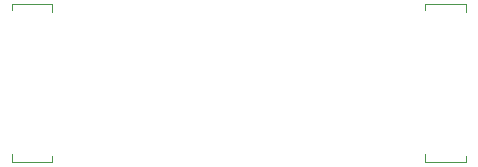
<source format=gbr>
%TF.GenerationSoftware,KiCad,Pcbnew,(6.0.9)*%
%TF.CreationDate,2022-12-01T07:32:15+10:00*%
%TF.ProjectId,NRF52Motherboard,4e524635-324d-46f7-9468-6572626f6172,rev?*%
%TF.SameCoordinates,Original*%
%TF.FileFunction,Legend,Bot*%
%TF.FilePolarity,Positive*%
%FSLAX46Y46*%
G04 Gerber Fmt 4.6, Leading zero omitted, Abs format (unit mm)*
G04 Created by KiCad (PCBNEW (6.0.9)) date 2022-12-01 07:32:15*
%MOMM*%
%LPD*%
G01*
G04 APERTURE LIST*
%ADD10C,0.120000*%
G04 APERTURE END LIST*
D10*
%TO.C,J5*%
X84200000Y-115900000D02*
X84200000Y-116400000D01*
X80800000Y-103000000D02*
X84200000Y-103000000D01*
X84200000Y-116400000D02*
X80800000Y-116400000D01*
X84200000Y-103000000D02*
X84200000Y-103675000D01*
X80800000Y-116400000D02*
X80800000Y-115725000D01*
X80800000Y-103500000D02*
X80800000Y-103000000D01*
%TO.C,J4*%
X115800000Y-103500000D02*
X115800000Y-103000000D01*
X119200000Y-116400000D02*
X115800000Y-116400000D01*
X115800000Y-103000000D02*
X119200000Y-103000000D01*
X115800000Y-116400000D02*
X115800000Y-115725000D01*
X119200000Y-115900000D02*
X119200000Y-116400000D01*
X119200000Y-103000000D02*
X119200000Y-103675000D01*
%TD*%
M02*

</source>
